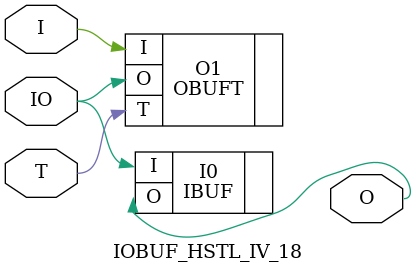
<source format=v>


`timescale  1 ps / 1 ps


module IOBUF_HSTL_IV_18 (O, IO, I, T);

    output O;

    inout  IO;

    input  I, T;

        OBUFT #(.IOSTANDARD("HSTL_IV_18") ) O1 (.O(IO), .I(I), .T(T)); 
	IBUF #(.IOSTANDARD("HSTL_IV_18"))  I0 (.O(O), .I(IO));
        

endmodule



</source>
